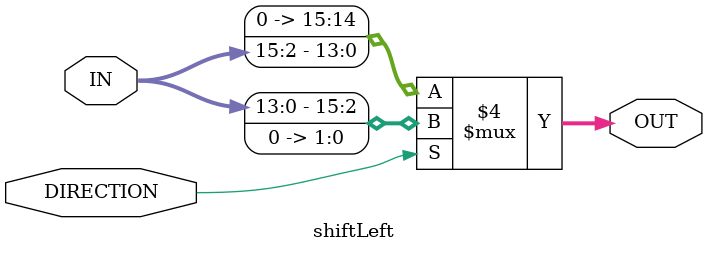
<source format=v>
module shiftLeft (OUT, IN, DIRECTION);

parameter DATAWIDTH  = 16;
parameter NBITS      = 2;
parameter SHIFTLEFT  = 1'b1;


output wire [DATAWIDTH - 1: 0] OUT;
input  wire [DATAWIDTH - 1: 0] IN;
input  wire DIRECTION;

assign OUT = (DIRECTION == SHIFTLEFT)? (IN << NBITS): (IN >> NBITS);
endmodule
</source>
